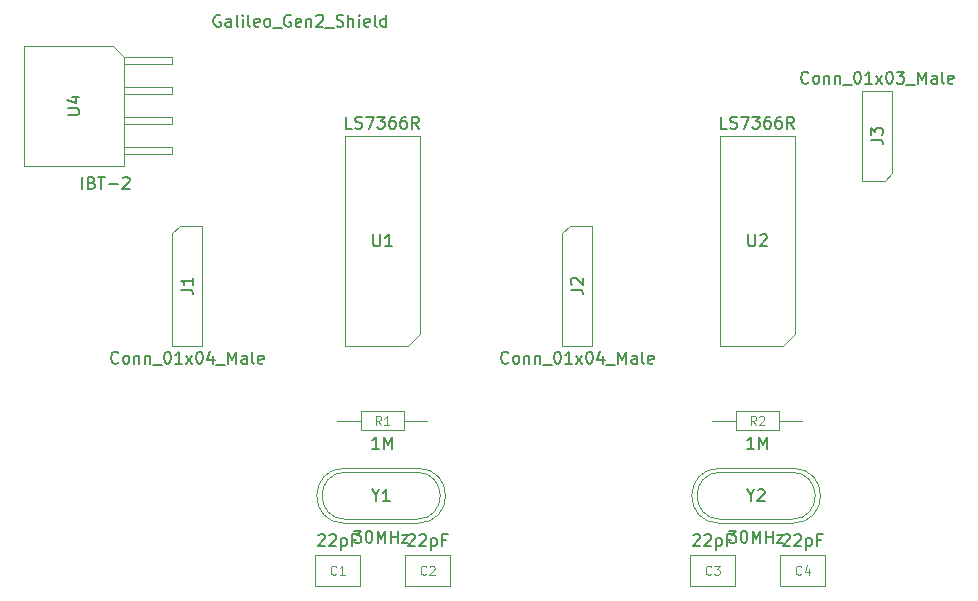
<source format=gbr>
G04 #@! TF.GenerationSoftware,KiCad,Pcbnew,(5.1.4-0-10_14)*
G04 #@! TF.CreationDate,2019-10-20T20:35:26-03:00*
G04 #@! TF.ProjectId,shield,73686965-6c64-42e6-9b69-6361645f7063,rev?*
G04 #@! TF.SameCoordinates,Original*
G04 #@! TF.FileFunction,Other,Fab,Top*
%FSLAX46Y46*%
G04 Gerber Fmt 4.6, Leading zero omitted, Abs format (unit mm)*
G04 Created by KiCad (PCBNEW (5.1.4-0-10_14)) date 2019-10-20 20:35:26*
%MOMM*%
%LPD*%
G04 APERTURE LIST*
%ADD10C,0.100000*%
%ADD11C,0.150000*%
%ADD12C,0.108000*%
%ADD13C,0.114000*%
G04 APERTURE END LIST*
D10*
X169545000Y-86630000D02*
X168545000Y-87630000D01*
X169545000Y-69850000D02*
X169545000Y-86630000D01*
X163195000Y-69850000D02*
X169545000Y-69850000D01*
X163195000Y-87630000D02*
X163195000Y-69850000D01*
X168545000Y-87630000D02*
X163195000Y-87630000D01*
X149860000Y-78105000D02*
X150495000Y-77470000D01*
X149860000Y-87630000D02*
X149860000Y-78105000D01*
X152400000Y-87630000D02*
X149860000Y-87630000D01*
X152400000Y-77470000D02*
X152400000Y-87630000D01*
X150495000Y-77470000D02*
X152400000Y-77470000D01*
X116840000Y-78105000D02*
X117475000Y-77470000D01*
X116840000Y-87630000D02*
X116840000Y-78105000D01*
X119380000Y-87630000D02*
X116840000Y-87630000D01*
X119380000Y-77470000D02*
X119380000Y-87630000D01*
X117475000Y-77470000D02*
X119380000Y-77470000D01*
X177800000Y-73025000D02*
X177165000Y-73660000D01*
X177800000Y-66040000D02*
X177800000Y-73025000D01*
X175260000Y-66040000D02*
X177800000Y-66040000D01*
X175260000Y-73660000D02*
X175260000Y-66040000D01*
X177165000Y-73660000D02*
X175260000Y-73660000D01*
X137795000Y-86630000D02*
X136795000Y-87630000D01*
X137795000Y-69850000D02*
X137795000Y-86630000D01*
X131445000Y-69850000D02*
X137795000Y-69850000D01*
X131445000Y-87630000D02*
X131445000Y-69850000D01*
X136795000Y-87630000D02*
X131445000Y-87630000D01*
X163145000Y-98005000D02*
X169395000Y-98005000D01*
X163145000Y-102655000D02*
X169395000Y-102655000D01*
X163270000Y-98330000D02*
X169270000Y-98330000D01*
X163270000Y-102330000D02*
X169270000Y-102330000D01*
X163145000Y-102655000D02*
G75*
G02X163145000Y-98005000I0J2325000D01*
G01*
X169395000Y-102655000D02*
G75*
G03X169395000Y-98005000I0J2325000D01*
G01*
X163270000Y-102330000D02*
G75*
G02X163270000Y-98330000I0J2000000D01*
G01*
X169270000Y-102330000D02*
G75*
G03X169270000Y-98330000I0J2000000D01*
G01*
X131395000Y-98005000D02*
X137645000Y-98005000D01*
X131395000Y-102655000D02*
X137645000Y-102655000D01*
X131520000Y-98330000D02*
X137520000Y-98330000D01*
X131520000Y-102330000D02*
X137520000Y-102330000D01*
X131395000Y-102655000D02*
G75*
G02X131395000Y-98005000I0J2325000D01*
G01*
X137645000Y-102655000D02*
G75*
G03X137645000Y-98005000I0J2325000D01*
G01*
X131520000Y-102330000D02*
G75*
G02X131520000Y-98330000I0J2000000D01*
G01*
X137520000Y-102330000D02*
G75*
G03X137520000Y-98330000I0J2000000D01*
G01*
X116840000Y-71420000D02*
X116840000Y-70820000D01*
X112780000Y-71420000D02*
X116840000Y-71420000D01*
X116840000Y-70820000D02*
X112780000Y-70820000D01*
X116840000Y-68880000D02*
X116840000Y-68280000D01*
X112780000Y-68880000D02*
X116840000Y-68880000D01*
X116840000Y-68280000D02*
X112780000Y-68280000D01*
X116840000Y-66340000D02*
X116840000Y-65740000D01*
X112780000Y-66340000D02*
X116840000Y-66340000D01*
X116840000Y-65740000D02*
X112780000Y-65740000D01*
X116840000Y-63800000D02*
X116840000Y-63200000D01*
X112780000Y-63800000D02*
X116840000Y-63800000D01*
X116840000Y-63200000D02*
X112780000Y-63200000D01*
X104270000Y-72390000D02*
X104270000Y-62230000D01*
X112780000Y-72390000D02*
X104270000Y-72390000D01*
X112780000Y-63200000D02*
X112780000Y-72390000D01*
X111810000Y-62230000D02*
X112780000Y-63200000D01*
X104270000Y-62230000D02*
X111810000Y-62230000D01*
X164570000Y-93180000D02*
X164570000Y-94780000D01*
X164570000Y-94780000D02*
X168170000Y-94780000D01*
X168170000Y-94780000D02*
X168170000Y-93180000D01*
X168170000Y-93180000D02*
X164570000Y-93180000D01*
X162560000Y-93980000D02*
X164570000Y-93980000D01*
X170180000Y-93980000D02*
X168170000Y-93980000D01*
X132820000Y-93180000D02*
X132820000Y-94780000D01*
X132820000Y-94780000D02*
X136420000Y-94780000D01*
X136420000Y-94780000D02*
X136420000Y-93180000D01*
X136420000Y-93180000D02*
X132820000Y-93180000D01*
X130810000Y-93980000D02*
X132820000Y-93980000D01*
X138430000Y-93980000D02*
X136420000Y-93980000D01*
X172100000Y-107980000D02*
X172100000Y-105380000D01*
X172100000Y-105380000D02*
X168300000Y-105380000D01*
X168300000Y-105380000D02*
X168300000Y-107980000D01*
X168300000Y-107980000D02*
X172100000Y-107980000D01*
X164480000Y-107980000D02*
X164480000Y-105380000D01*
X164480000Y-105380000D02*
X160680000Y-105380000D01*
X160680000Y-105380000D02*
X160680000Y-107980000D01*
X160680000Y-107980000D02*
X164480000Y-107980000D01*
X140350000Y-107980000D02*
X140350000Y-105380000D01*
X140350000Y-105380000D02*
X136550000Y-105380000D01*
X136550000Y-105380000D02*
X136550000Y-107980000D01*
X136550000Y-107980000D02*
X140350000Y-107980000D01*
X132730000Y-107980000D02*
X132730000Y-105380000D01*
X132730000Y-105380000D02*
X128930000Y-105380000D01*
X128930000Y-105380000D02*
X128930000Y-107980000D01*
X128930000Y-107980000D02*
X132730000Y-107980000D01*
D11*
X163798571Y-69242380D02*
X163322380Y-69242380D01*
X163322380Y-68242380D01*
X164084285Y-69194761D02*
X164227142Y-69242380D01*
X164465238Y-69242380D01*
X164560476Y-69194761D01*
X164608095Y-69147142D01*
X164655714Y-69051904D01*
X164655714Y-68956666D01*
X164608095Y-68861428D01*
X164560476Y-68813809D01*
X164465238Y-68766190D01*
X164274761Y-68718571D01*
X164179523Y-68670952D01*
X164131904Y-68623333D01*
X164084285Y-68528095D01*
X164084285Y-68432857D01*
X164131904Y-68337619D01*
X164179523Y-68290000D01*
X164274761Y-68242380D01*
X164512857Y-68242380D01*
X164655714Y-68290000D01*
X164989047Y-68242380D02*
X165655714Y-68242380D01*
X165227142Y-69242380D01*
X165941428Y-68242380D02*
X166560476Y-68242380D01*
X166227142Y-68623333D01*
X166370000Y-68623333D01*
X166465238Y-68670952D01*
X166512857Y-68718571D01*
X166560476Y-68813809D01*
X166560476Y-69051904D01*
X166512857Y-69147142D01*
X166465238Y-69194761D01*
X166370000Y-69242380D01*
X166084285Y-69242380D01*
X165989047Y-69194761D01*
X165941428Y-69147142D01*
X167417619Y-68242380D02*
X167227142Y-68242380D01*
X167131904Y-68290000D01*
X167084285Y-68337619D01*
X166989047Y-68480476D01*
X166941428Y-68670952D01*
X166941428Y-69051904D01*
X166989047Y-69147142D01*
X167036666Y-69194761D01*
X167131904Y-69242380D01*
X167322380Y-69242380D01*
X167417619Y-69194761D01*
X167465238Y-69147142D01*
X167512857Y-69051904D01*
X167512857Y-68813809D01*
X167465238Y-68718571D01*
X167417619Y-68670952D01*
X167322380Y-68623333D01*
X167131904Y-68623333D01*
X167036666Y-68670952D01*
X166989047Y-68718571D01*
X166941428Y-68813809D01*
X168370000Y-68242380D02*
X168179523Y-68242380D01*
X168084285Y-68290000D01*
X168036666Y-68337619D01*
X167941428Y-68480476D01*
X167893809Y-68670952D01*
X167893809Y-69051904D01*
X167941428Y-69147142D01*
X167989047Y-69194761D01*
X168084285Y-69242380D01*
X168274761Y-69242380D01*
X168370000Y-69194761D01*
X168417619Y-69147142D01*
X168465238Y-69051904D01*
X168465238Y-68813809D01*
X168417619Y-68718571D01*
X168370000Y-68670952D01*
X168274761Y-68623333D01*
X168084285Y-68623333D01*
X167989047Y-68670952D01*
X167941428Y-68718571D01*
X167893809Y-68813809D01*
X169465238Y-69242380D02*
X169131904Y-68766190D01*
X168893809Y-69242380D02*
X168893809Y-68242380D01*
X169274761Y-68242380D01*
X169370000Y-68290000D01*
X169417619Y-68337619D01*
X169465238Y-68432857D01*
X169465238Y-68575714D01*
X169417619Y-68670952D01*
X169370000Y-68718571D01*
X169274761Y-68766190D01*
X168893809Y-68766190D01*
X165608095Y-78192380D02*
X165608095Y-79001904D01*
X165655714Y-79097142D01*
X165703333Y-79144761D01*
X165798571Y-79192380D01*
X165989047Y-79192380D01*
X166084285Y-79144761D01*
X166131904Y-79097142D01*
X166179523Y-79001904D01*
X166179523Y-78192380D01*
X166608095Y-78287619D02*
X166655714Y-78240000D01*
X166750952Y-78192380D01*
X166989047Y-78192380D01*
X167084285Y-78240000D01*
X167131904Y-78287619D01*
X167179523Y-78382857D01*
X167179523Y-78478095D01*
X167131904Y-78620952D01*
X166560476Y-79192380D01*
X167179523Y-79192380D01*
X120892095Y-59664000D02*
X120796857Y-59616380D01*
X120654000Y-59616380D01*
X120511142Y-59664000D01*
X120415904Y-59759238D01*
X120368285Y-59854476D01*
X120320666Y-60044952D01*
X120320666Y-60187809D01*
X120368285Y-60378285D01*
X120415904Y-60473523D01*
X120511142Y-60568761D01*
X120654000Y-60616380D01*
X120749238Y-60616380D01*
X120892095Y-60568761D01*
X120939714Y-60521142D01*
X120939714Y-60187809D01*
X120749238Y-60187809D01*
X121796857Y-60616380D02*
X121796857Y-60092571D01*
X121749238Y-59997333D01*
X121654000Y-59949714D01*
X121463523Y-59949714D01*
X121368285Y-59997333D01*
X121796857Y-60568761D02*
X121701619Y-60616380D01*
X121463523Y-60616380D01*
X121368285Y-60568761D01*
X121320666Y-60473523D01*
X121320666Y-60378285D01*
X121368285Y-60283047D01*
X121463523Y-60235428D01*
X121701619Y-60235428D01*
X121796857Y-60187809D01*
X122415904Y-60616380D02*
X122320666Y-60568761D01*
X122273047Y-60473523D01*
X122273047Y-59616380D01*
X122796857Y-60616380D02*
X122796857Y-59949714D01*
X122796857Y-59616380D02*
X122749238Y-59664000D01*
X122796857Y-59711619D01*
X122844476Y-59664000D01*
X122796857Y-59616380D01*
X122796857Y-59711619D01*
X123415904Y-60616380D02*
X123320666Y-60568761D01*
X123273047Y-60473523D01*
X123273047Y-59616380D01*
X124177809Y-60568761D02*
X124082571Y-60616380D01*
X123892095Y-60616380D01*
X123796857Y-60568761D01*
X123749238Y-60473523D01*
X123749238Y-60092571D01*
X123796857Y-59997333D01*
X123892095Y-59949714D01*
X124082571Y-59949714D01*
X124177809Y-59997333D01*
X124225428Y-60092571D01*
X124225428Y-60187809D01*
X123749238Y-60283047D01*
X124796857Y-60616380D02*
X124701619Y-60568761D01*
X124654000Y-60521142D01*
X124606380Y-60425904D01*
X124606380Y-60140190D01*
X124654000Y-60044952D01*
X124701619Y-59997333D01*
X124796857Y-59949714D01*
X124939714Y-59949714D01*
X125034952Y-59997333D01*
X125082571Y-60044952D01*
X125130190Y-60140190D01*
X125130190Y-60425904D01*
X125082571Y-60521142D01*
X125034952Y-60568761D01*
X124939714Y-60616380D01*
X124796857Y-60616380D01*
X125320666Y-60711619D02*
X126082571Y-60711619D01*
X126844476Y-59664000D02*
X126749238Y-59616380D01*
X126606380Y-59616380D01*
X126463523Y-59664000D01*
X126368285Y-59759238D01*
X126320666Y-59854476D01*
X126273047Y-60044952D01*
X126273047Y-60187809D01*
X126320666Y-60378285D01*
X126368285Y-60473523D01*
X126463523Y-60568761D01*
X126606380Y-60616380D01*
X126701619Y-60616380D01*
X126844476Y-60568761D01*
X126892095Y-60521142D01*
X126892095Y-60187809D01*
X126701619Y-60187809D01*
X127701619Y-60568761D02*
X127606380Y-60616380D01*
X127415904Y-60616380D01*
X127320666Y-60568761D01*
X127273047Y-60473523D01*
X127273047Y-60092571D01*
X127320666Y-59997333D01*
X127415904Y-59949714D01*
X127606380Y-59949714D01*
X127701619Y-59997333D01*
X127749238Y-60092571D01*
X127749238Y-60187809D01*
X127273047Y-60283047D01*
X128177809Y-59949714D02*
X128177809Y-60616380D01*
X128177809Y-60044952D02*
X128225428Y-59997333D01*
X128320666Y-59949714D01*
X128463523Y-59949714D01*
X128558761Y-59997333D01*
X128606380Y-60092571D01*
X128606380Y-60616380D01*
X129034952Y-59711619D02*
X129082571Y-59664000D01*
X129177809Y-59616380D01*
X129415904Y-59616380D01*
X129511142Y-59664000D01*
X129558761Y-59711619D01*
X129606380Y-59806857D01*
X129606380Y-59902095D01*
X129558761Y-60044952D01*
X128987333Y-60616380D01*
X129606380Y-60616380D01*
X129796857Y-60711619D02*
X130558761Y-60711619D01*
X130749238Y-60568761D02*
X130892095Y-60616380D01*
X131130190Y-60616380D01*
X131225428Y-60568761D01*
X131273047Y-60521142D01*
X131320666Y-60425904D01*
X131320666Y-60330666D01*
X131273047Y-60235428D01*
X131225428Y-60187809D01*
X131130190Y-60140190D01*
X130939714Y-60092571D01*
X130844476Y-60044952D01*
X130796857Y-59997333D01*
X130749238Y-59902095D01*
X130749238Y-59806857D01*
X130796857Y-59711619D01*
X130844476Y-59664000D01*
X130939714Y-59616380D01*
X131177809Y-59616380D01*
X131320666Y-59664000D01*
X131749238Y-60616380D02*
X131749238Y-59616380D01*
X132177809Y-60616380D02*
X132177809Y-60092571D01*
X132130190Y-59997333D01*
X132034952Y-59949714D01*
X131892095Y-59949714D01*
X131796857Y-59997333D01*
X131749238Y-60044952D01*
X132654000Y-60616380D02*
X132654000Y-59949714D01*
X132654000Y-59616380D02*
X132606380Y-59664000D01*
X132654000Y-59711619D01*
X132701619Y-59664000D01*
X132654000Y-59616380D01*
X132654000Y-59711619D01*
X133511142Y-60568761D02*
X133415904Y-60616380D01*
X133225428Y-60616380D01*
X133130190Y-60568761D01*
X133082571Y-60473523D01*
X133082571Y-60092571D01*
X133130190Y-59997333D01*
X133225428Y-59949714D01*
X133415904Y-59949714D01*
X133511142Y-59997333D01*
X133558761Y-60092571D01*
X133558761Y-60187809D01*
X133082571Y-60283047D01*
X134130190Y-60616380D02*
X134034952Y-60568761D01*
X133987333Y-60473523D01*
X133987333Y-59616380D01*
X134939714Y-60616380D02*
X134939714Y-59616380D01*
X134939714Y-60568761D02*
X134844476Y-60616380D01*
X134654000Y-60616380D01*
X134558761Y-60568761D01*
X134511142Y-60521142D01*
X134463523Y-60425904D01*
X134463523Y-60140190D01*
X134511142Y-60044952D01*
X134558761Y-59997333D01*
X134654000Y-59949714D01*
X134844476Y-59949714D01*
X134939714Y-59997333D01*
X145296666Y-89047142D02*
X145249047Y-89094761D01*
X145106190Y-89142380D01*
X145010952Y-89142380D01*
X144868095Y-89094761D01*
X144772857Y-88999523D01*
X144725238Y-88904285D01*
X144677619Y-88713809D01*
X144677619Y-88570952D01*
X144725238Y-88380476D01*
X144772857Y-88285238D01*
X144868095Y-88190000D01*
X145010952Y-88142380D01*
X145106190Y-88142380D01*
X145249047Y-88190000D01*
X145296666Y-88237619D01*
X145868095Y-89142380D02*
X145772857Y-89094761D01*
X145725238Y-89047142D01*
X145677619Y-88951904D01*
X145677619Y-88666190D01*
X145725238Y-88570952D01*
X145772857Y-88523333D01*
X145868095Y-88475714D01*
X146010952Y-88475714D01*
X146106190Y-88523333D01*
X146153809Y-88570952D01*
X146201428Y-88666190D01*
X146201428Y-88951904D01*
X146153809Y-89047142D01*
X146106190Y-89094761D01*
X146010952Y-89142380D01*
X145868095Y-89142380D01*
X146630000Y-88475714D02*
X146630000Y-89142380D01*
X146630000Y-88570952D02*
X146677619Y-88523333D01*
X146772857Y-88475714D01*
X146915714Y-88475714D01*
X147010952Y-88523333D01*
X147058571Y-88618571D01*
X147058571Y-89142380D01*
X147534761Y-88475714D02*
X147534761Y-89142380D01*
X147534761Y-88570952D02*
X147582380Y-88523333D01*
X147677619Y-88475714D01*
X147820476Y-88475714D01*
X147915714Y-88523333D01*
X147963333Y-88618571D01*
X147963333Y-89142380D01*
X148201428Y-89237619D02*
X148963333Y-89237619D01*
X149391904Y-88142380D02*
X149487142Y-88142380D01*
X149582380Y-88190000D01*
X149630000Y-88237619D01*
X149677619Y-88332857D01*
X149725238Y-88523333D01*
X149725238Y-88761428D01*
X149677619Y-88951904D01*
X149630000Y-89047142D01*
X149582380Y-89094761D01*
X149487142Y-89142380D01*
X149391904Y-89142380D01*
X149296666Y-89094761D01*
X149249047Y-89047142D01*
X149201428Y-88951904D01*
X149153809Y-88761428D01*
X149153809Y-88523333D01*
X149201428Y-88332857D01*
X149249047Y-88237619D01*
X149296666Y-88190000D01*
X149391904Y-88142380D01*
X150677619Y-89142380D02*
X150106190Y-89142380D01*
X150391904Y-89142380D02*
X150391904Y-88142380D01*
X150296666Y-88285238D01*
X150201428Y-88380476D01*
X150106190Y-88428095D01*
X151010952Y-89142380D02*
X151534761Y-88475714D01*
X151010952Y-88475714D02*
X151534761Y-89142380D01*
X152106190Y-88142380D02*
X152201428Y-88142380D01*
X152296666Y-88190000D01*
X152344285Y-88237619D01*
X152391904Y-88332857D01*
X152439523Y-88523333D01*
X152439523Y-88761428D01*
X152391904Y-88951904D01*
X152344285Y-89047142D01*
X152296666Y-89094761D01*
X152201428Y-89142380D01*
X152106190Y-89142380D01*
X152010952Y-89094761D01*
X151963333Y-89047142D01*
X151915714Y-88951904D01*
X151868095Y-88761428D01*
X151868095Y-88523333D01*
X151915714Y-88332857D01*
X151963333Y-88237619D01*
X152010952Y-88190000D01*
X152106190Y-88142380D01*
X153296666Y-88475714D02*
X153296666Y-89142380D01*
X153058571Y-88094761D02*
X152820476Y-88809047D01*
X153439523Y-88809047D01*
X153582380Y-89237619D02*
X154344285Y-89237619D01*
X154582380Y-89142380D02*
X154582380Y-88142380D01*
X154915714Y-88856666D01*
X155249047Y-88142380D01*
X155249047Y-89142380D01*
X156153809Y-89142380D02*
X156153809Y-88618571D01*
X156106190Y-88523333D01*
X156010952Y-88475714D01*
X155820476Y-88475714D01*
X155725238Y-88523333D01*
X156153809Y-89094761D02*
X156058571Y-89142380D01*
X155820476Y-89142380D01*
X155725238Y-89094761D01*
X155677619Y-88999523D01*
X155677619Y-88904285D01*
X155725238Y-88809047D01*
X155820476Y-88761428D01*
X156058571Y-88761428D01*
X156153809Y-88713809D01*
X156772857Y-89142380D02*
X156677619Y-89094761D01*
X156630000Y-88999523D01*
X156630000Y-88142380D01*
X157534761Y-89094761D02*
X157439523Y-89142380D01*
X157249047Y-89142380D01*
X157153809Y-89094761D01*
X157106190Y-88999523D01*
X157106190Y-88618571D01*
X157153809Y-88523333D01*
X157249047Y-88475714D01*
X157439523Y-88475714D01*
X157534761Y-88523333D01*
X157582380Y-88618571D01*
X157582380Y-88713809D01*
X157106190Y-88809047D01*
X150582380Y-82883333D02*
X151296666Y-82883333D01*
X151439523Y-82930952D01*
X151534761Y-83026190D01*
X151582380Y-83169047D01*
X151582380Y-83264285D01*
X150677619Y-82454761D02*
X150630000Y-82407142D01*
X150582380Y-82311904D01*
X150582380Y-82073809D01*
X150630000Y-81978571D01*
X150677619Y-81930952D01*
X150772857Y-81883333D01*
X150868095Y-81883333D01*
X151010952Y-81930952D01*
X151582380Y-82502380D01*
X151582380Y-81883333D01*
X112276666Y-89047142D02*
X112229047Y-89094761D01*
X112086190Y-89142380D01*
X111990952Y-89142380D01*
X111848095Y-89094761D01*
X111752857Y-88999523D01*
X111705238Y-88904285D01*
X111657619Y-88713809D01*
X111657619Y-88570952D01*
X111705238Y-88380476D01*
X111752857Y-88285238D01*
X111848095Y-88190000D01*
X111990952Y-88142380D01*
X112086190Y-88142380D01*
X112229047Y-88190000D01*
X112276666Y-88237619D01*
X112848095Y-89142380D02*
X112752857Y-89094761D01*
X112705238Y-89047142D01*
X112657619Y-88951904D01*
X112657619Y-88666190D01*
X112705238Y-88570952D01*
X112752857Y-88523333D01*
X112848095Y-88475714D01*
X112990952Y-88475714D01*
X113086190Y-88523333D01*
X113133809Y-88570952D01*
X113181428Y-88666190D01*
X113181428Y-88951904D01*
X113133809Y-89047142D01*
X113086190Y-89094761D01*
X112990952Y-89142380D01*
X112848095Y-89142380D01*
X113610000Y-88475714D02*
X113610000Y-89142380D01*
X113610000Y-88570952D02*
X113657619Y-88523333D01*
X113752857Y-88475714D01*
X113895714Y-88475714D01*
X113990952Y-88523333D01*
X114038571Y-88618571D01*
X114038571Y-89142380D01*
X114514761Y-88475714D02*
X114514761Y-89142380D01*
X114514761Y-88570952D02*
X114562380Y-88523333D01*
X114657619Y-88475714D01*
X114800476Y-88475714D01*
X114895714Y-88523333D01*
X114943333Y-88618571D01*
X114943333Y-89142380D01*
X115181428Y-89237619D02*
X115943333Y-89237619D01*
X116371904Y-88142380D02*
X116467142Y-88142380D01*
X116562380Y-88190000D01*
X116610000Y-88237619D01*
X116657619Y-88332857D01*
X116705238Y-88523333D01*
X116705238Y-88761428D01*
X116657619Y-88951904D01*
X116610000Y-89047142D01*
X116562380Y-89094761D01*
X116467142Y-89142380D01*
X116371904Y-89142380D01*
X116276666Y-89094761D01*
X116229047Y-89047142D01*
X116181428Y-88951904D01*
X116133809Y-88761428D01*
X116133809Y-88523333D01*
X116181428Y-88332857D01*
X116229047Y-88237619D01*
X116276666Y-88190000D01*
X116371904Y-88142380D01*
X117657619Y-89142380D02*
X117086190Y-89142380D01*
X117371904Y-89142380D02*
X117371904Y-88142380D01*
X117276666Y-88285238D01*
X117181428Y-88380476D01*
X117086190Y-88428095D01*
X117990952Y-89142380D02*
X118514761Y-88475714D01*
X117990952Y-88475714D02*
X118514761Y-89142380D01*
X119086190Y-88142380D02*
X119181428Y-88142380D01*
X119276666Y-88190000D01*
X119324285Y-88237619D01*
X119371904Y-88332857D01*
X119419523Y-88523333D01*
X119419523Y-88761428D01*
X119371904Y-88951904D01*
X119324285Y-89047142D01*
X119276666Y-89094761D01*
X119181428Y-89142380D01*
X119086190Y-89142380D01*
X118990952Y-89094761D01*
X118943333Y-89047142D01*
X118895714Y-88951904D01*
X118848095Y-88761428D01*
X118848095Y-88523333D01*
X118895714Y-88332857D01*
X118943333Y-88237619D01*
X118990952Y-88190000D01*
X119086190Y-88142380D01*
X120276666Y-88475714D02*
X120276666Y-89142380D01*
X120038571Y-88094761D02*
X119800476Y-88809047D01*
X120419523Y-88809047D01*
X120562380Y-89237619D02*
X121324285Y-89237619D01*
X121562380Y-89142380D02*
X121562380Y-88142380D01*
X121895714Y-88856666D01*
X122229047Y-88142380D01*
X122229047Y-89142380D01*
X123133809Y-89142380D02*
X123133809Y-88618571D01*
X123086190Y-88523333D01*
X122990952Y-88475714D01*
X122800476Y-88475714D01*
X122705238Y-88523333D01*
X123133809Y-89094761D02*
X123038571Y-89142380D01*
X122800476Y-89142380D01*
X122705238Y-89094761D01*
X122657619Y-88999523D01*
X122657619Y-88904285D01*
X122705238Y-88809047D01*
X122800476Y-88761428D01*
X123038571Y-88761428D01*
X123133809Y-88713809D01*
X123752857Y-89142380D02*
X123657619Y-89094761D01*
X123610000Y-88999523D01*
X123610000Y-88142380D01*
X124514761Y-89094761D02*
X124419523Y-89142380D01*
X124229047Y-89142380D01*
X124133809Y-89094761D01*
X124086190Y-88999523D01*
X124086190Y-88618571D01*
X124133809Y-88523333D01*
X124229047Y-88475714D01*
X124419523Y-88475714D01*
X124514761Y-88523333D01*
X124562380Y-88618571D01*
X124562380Y-88713809D01*
X124086190Y-88809047D01*
X117562380Y-82883333D02*
X118276666Y-82883333D01*
X118419523Y-82930952D01*
X118514761Y-83026190D01*
X118562380Y-83169047D01*
X118562380Y-83264285D01*
X118562380Y-81883333D02*
X118562380Y-82454761D01*
X118562380Y-82169047D02*
X117562380Y-82169047D01*
X117705238Y-82264285D01*
X117800476Y-82359523D01*
X117848095Y-82454761D01*
X170696666Y-65337142D02*
X170649047Y-65384761D01*
X170506190Y-65432380D01*
X170410952Y-65432380D01*
X170268095Y-65384761D01*
X170172857Y-65289523D01*
X170125238Y-65194285D01*
X170077619Y-65003809D01*
X170077619Y-64860952D01*
X170125238Y-64670476D01*
X170172857Y-64575238D01*
X170268095Y-64480000D01*
X170410952Y-64432380D01*
X170506190Y-64432380D01*
X170649047Y-64480000D01*
X170696666Y-64527619D01*
X171268095Y-65432380D02*
X171172857Y-65384761D01*
X171125238Y-65337142D01*
X171077619Y-65241904D01*
X171077619Y-64956190D01*
X171125238Y-64860952D01*
X171172857Y-64813333D01*
X171268095Y-64765714D01*
X171410952Y-64765714D01*
X171506190Y-64813333D01*
X171553809Y-64860952D01*
X171601428Y-64956190D01*
X171601428Y-65241904D01*
X171553809Y-65337142D01*
X171506190Y-65384761D01*
X171410952Y-65432380D01*
X171268095Y-65432380D01*
X172030000Y-64765714D02*
X172030000Y-65432380D01*
X172030000Y-64860952D02*
X172077619Y-64813333D01*
X172172857Y-64765714D01*
X172315714Y-64765714D01*
X172410952Y-64813333D01*
X172458571Y-64908571D01*
X172458571Y-65432380D01*
X172934761Y-64765714D02*
X172934761Y-65432380D01*
X172934761Y-64860952D02*
X172982380Y-64813333D01*
X173077619Y-64765714D01*
X173220476Y-64765714D01*
X173315714Y-64813333D01*
X173363333Y-64908571D01*
X173363333Y-65432380D01*
X173601428Y-65527619D02*
X174363333Y-65527619D01*
X174791904Y-64432380D02*
X174887142Y-64432380D01*
X174982380Y-64480000D01*
X175030000Y-64527619D01*
X175077619Y-64622857D01*
X175125238Y-64813333D01*
X175125238Y-65051428D01*
X175077619Y-65241904D01*
X175030000Y-65337142D01*
X174982380Y-65384761D01*
X174887142Y-65432380D01*
X174791904Y-65432380D01*
X174696666Y-65384761D01*
X174649047Y-65337142D01*
X174601428Y-65241904D01*
X174553809Y-65051428D01*
X174553809Y-64813333D01*
X174601428Y-64622857D01*
X174649047Y-64527619D01*
X174696666Y-64480000D01*
X174791904Y-64432380D01*
X176077619Y-65432380D02*
X175506190Y-65432380D01*
X175791904Y-65432380D02*
X175791904Y-64432380D01*
X175696666Y-64575238D01*
X175601428Y-64670476D01*
X175506190Y-64718095D01*
X176410952Y-65432380D02*
X176934761Y-64765714D01*
X176410952Y-64765714D02*
X176934761Y-65432380D01*
X177506190Y-64432380D02*
X177601428Y-64432380D01*
X177696666Y-64480000D01*
X177744285Y-64527619D01*
X177791904Y-64622857D01*
X177839523Y-64813333D01*
X177839523Y-65051428D01*
X177791904Y-65241904D01*
X177744285Y-65337142D01*
X177696666Y-65384761D01*
X177601428Y-65432380D01*
X177506190Y-65432380D01*
X177410952Y-65384761D01*
X177363333Y-65337142D01*
X177315714Y-65241904D01*
X177268095Y-65051428D01*
X177268095Y-64813333D01*
X177315714Y-64622857D01*
X177363333Y-64527619D01*
X177410952Y-64480000D01*
X177506190Y-64432380D01*
X178172857Y-64432380D02*
X178791904Y-64432380D01*
X178458571Y-64813333D01*
X178601428Y-64813333D01*
X178696666Y-64860952D01*
X178744285Y-64908571D01*
X178791904Y-65003809D01*
X178791904Y-65241904D01*
X178744285Y-65337142D01*
X178696666Y-65384761D01*
X178601428Y-65432380D01*
X178315714Y-65432380D01*
X178220476Y-65384761D01*
X178172857Y-65337142D01*
X178982380Y-65527619D02*
X179744285Y-65527619D01*
X179982380Y-65432380D02*
X179982380Y-64432380D01*
X180315714Y-65146666D01*
X180649047Y-64432380D01*
X180649047Y-65432380D01*
X181553809Y-65432380D02*
X181553809Y-64908571D01*
X181506190Y-64813333D01*
X181410952Y-64765714D01*
X181220476Y-64765714D01*
X181125238Y-64813333D01*
X181553809Y-65384761D02*
X181458571Y-65432380D01*
X181220476Y-65432380D01*
X181125238Y-65384761D01*
X181077619Y-65289523D01*
X181077619Y-65194285D01*
X181125238Y-65099047D01*
X181220476Y-65051428D01*
X181458571Y-65051428D01*
X181553809Y-65003809D01*
X182172857Y-65432380D02*
X182077619Y-65384761D01*
X182030000Y-65289523D01*
X182030000Y-64432380D01*
X182934761Y-65384761D02*
X182839523Y-65432380D01*
X182649047Y-65432380D01*
X182553809Y-65384761D01*
X182506190Y-65289523D01*
X182506190Y-64908571D01*
X182553809Y-64813333D01*
X182649047Y-64765714D01*
X182839523Y-64765714D01*
X182934761Y-64813333D01*
X182982380Y-64908571D01*
X182982380Y-65003809D01*
X182506190Y-65099047D01*
X175982380Y-70183333D02*
X176696666Y-70183333D01*
X176839523Y-70230952D01*
X176934761Y-70326190D01*
X176982380Y-70469047D01*
X176982380Y-70564285D01*
X175982380Y-69802380D02*
X175982380Y-69183333D01*
X176363333Y-69516666D01*
X176363333Y-69373809D01*
X176410952Y-69278571D01*
X176458571Y-69230952D01*
X176553809Y-69183333D01*
X176791904Y-69183333D01*
X176887142Y-69230952D01*
X176934761Y-69278571D01*
X176982380Y-69373809D01*
X176982380Y-69659523D01*
X176934761Y-69754761D01*
X176887142Y-69802380D01*
X132048571Y-69242380D02*
X131572380Y-69242380D01*
X131572380Y-68242380D01*
X132334285Y-69194761D02*
X132477142Y-69242380D01*
X132715238Y-69242380D01*
X132810476Y-69194761D01*
X132858095Y-69147142D01*
X132905714Y-69051904D01*
X132905714Y-68956666D01*
X132858095Y-68861428D01*
X132810476Y-68813809D01*
X132715238Y-68766190D01*
X132524761Y-68718571D01*
X132429523Y-68670952D01*
X132381904Y-68623333D01*
X132334285Y-68528095D01*
X132334285Y-68432857D01*
X132381904Y-68337619D01*
X132429523Y-68290000D01*
X132524761Y-68242380D01*
X132762857Y-68242380D01*
X132905714Y-68290000D01*
X133239047Y-68242380D02*
X133905714Y-68242380D01*
X133477142Y-69242380D01*
X134191428Y-68242380D02*
X134810476Y-68242380D01*
X134477142Y-68623333D01*
X134620000Y-68623333D01*
X134715238Y-68670952D01*
X134762857Y-68718571D01*
X134810476Y-68813809D01*
X134810476Y-69051904D01*
X134762857Y-69147142D01*
X134715238Y-69194761D01*
X134620000Y-69242380D01*
X134334285Y-69242380D01*
X134239047Y-69194761D01*
X134191428Y-69147142D01*
X135667619Y-68242380D02*
X135477142Y-68242380D01*
X135381904Y-68290000D01*
X135334285Y-68337619D01*
X135239047Y-68480476D01*
X135191428Y-68670952D01*
X135191428Y-69051904D01*
X135239047Y-69147142D01*
X135286666Y-69194761D01*
X135381904Y-69242380D01*
X135572380Y-69242380D01*
X135667619Y-69194761D01*
X135715238Y-69147142D01*
X135762857Y-69051904D01*
X135762857Y-68813809D01*
X135715238Y-68718571D01*
X135667619Y-68670952D01*
X135572380Y-68623333D01*
X135381904Y-68623333D01*
X135286666Y-68670952D01*
X135239047Y-68718571D01*
X135191428Y-68813809D01*
X136620000Y-68242380D02*
X136429523Y-68242380D01*
X136334285Y-68290000D01*
X136286666Y-68337619D01*
X136191428Y-68480476D01*
X136143809Y-68670952D01*
X136143809Y-69051904D01*
X136191428Y-69147142D01*
X136239047Y-69194761D01*
X136334285Y-69242380D01*
X136524761Y-69242380D01*
X136620000Y-69194761D01*
X136667619Y-69147142D01*
X136715238Y-69051904D01*
X136715238Y-68813809D01*
X136667619Y-68718571D01*
X136620000Y-68670952D01*
X136524761Y-68623333D01*
X136334285Y-68623333D01*
X136239047Y-68670952D01*
X136191428Y-68718571D01*
X136143809Y-68813809D01*
X137715238Y-69242380D02*
X137381904Y-68766190D01*
X137143809Y-69242380D02*
X137143809Y-68242380D01*
X137524761Y-68242380D01*
X137620000Y-68290000D01*
X137667619Y-68337619D01*
X137715238Y-68432857D01*
X137715238Y-68575714D01*
X137667619Y-68670952D01*
X137620000Y-68718571D01*
X137524761Y-68766190D01*
X137143809Y-68766190D01*
X133858095Y-78192380D02*
X133858095Y-79001904D01*
X133905714Y-79097142D01*
X133953333Y-79144761D01*
X134048571Y-79192380D01*
X134239047Y-79192380D01*
X134334285Y-79144761D01*
X134381904Y-79097142D01*
X134429523Y-79001904D01*
X134429523Y-78192380D01*
X135429523Y-79192380D02*
X134858095Y-79192380D01*
X135143809Y-79192380D02*
X135143809Y-78192380D01*
X135048571Y-78335238D01*
X134953333Y-78430476D01*
X134858095Y-78478095D01*
X163960476Y-103307380D02*
X164579523Y-103307380D01*
X164246190Y-103688333D01*
X164389047Y-103688333D01*
X164484285Y-103735952D01*
X164531904Y-103783571D01*
X164579523Y-103878809D01*
X164579523Y-104116904D01*
X164531904Y-104212142D01*
X164484285Y-104259761D01*
X164389047Y-104307380D01*
X164103333Y-104307380D01*
X164008095Y-104259761D01*
X163960476Y-104212142D01*
X165198571Y-103307380D02*
X165293809Y-103307380D01*
X165389047Y-103355000D01*
X165436666Y-103402619D01*
X165484285Y-103497857D01*
X165531904Y-103688333D01*
X165531904Y-103926428D01*
X165484285Y-104116904D01*
X165436666Y-104212142D01*
X165389047Y-104259761D01*
X165293809Y-104307380D01*
X165198571Y-104307380D01*
X165103333Y-104259761D01*
X165055714Y-104212142D01*
X165008095Y-104116904D01*
X164960476Y-103926428D01*
X164960476Y-103688333D01*
X165008095Y-103497857D01*
X165055714Y-103402619D01*
X165103333Y-103355000D01*
X165198571Y-103307380D01*
X165960476Y-104307380D02*
X165960476Y-103307380D01*
X166293809Y-104021666D01*
X166627142Y-103307380D01*
X166627142Y-104307380D01*
X167103333Y-104307380D02*
X167103333Y-103307380D01*
X167103333Y-103783571D02*
X167674761Y-103783571D01*
X167674761Y-104307380D02*
X167674761Y-103307380D01*
X168055714Y-103640714D02*
X168579523Y-103640714D01*
X168055714Y-104307380D01*
X168579523Y-104307380D01*
X165793809Y-100306190D02*
X165793809Y-100782380D01*
X165460476Y-99782380D02*
X165793809Y-100306190D01*
X166127142Y-99782380D01*
X166412857Y-99877619D02*
X166460476Y-99830000D01*
X166555714Y-99782380D01*
X166793809Y-99782380D01*
X166889047Y-99830000D01*
X166936666Y-99877619D01*
X166984285Y-99972857D01*
X166984285Y-100068095D01*
X166936666Y-100210952D01*
X166365238Y-100782380D01*
X166984285Y-100782380D01*
X132210476Y-103307380D02*
X132829523Y-103307380D01*
X132496190Y-103688333D01*
X132639047Y-103688333D01*
X132734285Y-103735952D01*
X132781904Y-103783571D01*
X132829523Y-103878809D01*
X132829523Y-104116904D01*
X132781904Y-104212142D01*
X132734285Y-104259761D01*
X132639047Y-104307380D01*
X132353333Y-104307380D01*
X132258095Y-104259761D01*
X132210476Y-104212142D01*
X133448571Y-103307380D02*
X133543809Y-103307380D01*
X133639047Y-103355000D01*
X133686666Y-103402619D01*
X133734285Y-103497857D01*
X133781904Y-103688333D01*
X133781904Y-103926428D01*
X133734285Y-104116904D01*
X133686666Y-104212142D01*
X133639047Y-104259761D01*
X133543809Y-104307380D01*
X133448571Y-104307380D01*
X133353333Y-104259761D01*
X133305714Y-104212142D01*
X133258095Y-104116904D01*
X133210476Y-103926428D01*
X133210476Y-103688333D01*
X133258095Y-103497857D01*
X133305714Y-103402619D01*
X133353333Y-103355000D01*
X133448571Y-103307380D01*
X134210476Y-104307380D02*
X134210476Y-103307380D01*
X134543809Y-104021666D01*
X134877142Y-103307380D01*
X134877142Y-104307380D01*
X135353333Y-104307380D02*
X135353333Y-103307380D01*
X135353333Y-103783571D02*
X135924761Y-103783571D01*
X135924761Y-104307380D02*
X135924761Y-103307380D01*
X136305714Y-103640714D02*
X136829523Y-103640714D01*
X136305714Y-104307380D01*
X136829523Y-104307380D01*
X134043809Y-100306190D02*
X134043809Y-100782380D01*
X133710476Y-99782380D02*
X134043809Y-100306190D01*
X134377142Y-99782380D01*
X135234285Y-100782380D02*
X134662857Y-100782380D01*
X134948571Y-100782380D02*
X134948571Y-99782380D01*
X134853333Y-99925238D01*
X134758095Y-100020476D01*
X134662857Y-100068095D01*
X109213809Y-74342380D02*
X109213809Y-73342380D01*
X110023333Y-73818571D02*
X110166190Y-73866190D01*
X110213809Y-73913809D01*
X110261428Y-74009047D01*
X110261428Y-74151904D01*
X110213809Y-74247142D01*
X110166190Y-74294761D01*
X110070952Y-74342380D01*
X109690000Y-74342380D01*
X109690000Y-73342380D01*
X110023333Y-73342380D01*
X110118571Y-73390000D01*
X110166190Y-73437619D01*
X110213809Y-73532857D01*
X110213809Y-73628095D01*
X110166190Y-73723333D01*
X110118571Y-73770952D01*
X110023333Y-73818571D01*
X109690000Y-73818571D01*
X110547142Y-73342380D02*
X111118571Y-73342380D01*
X110832857Y-74342380D02*
X110832857Y-73342380D01*
X111451904Y-73961428D02*
X112213809Y-73961428D01*
X112642380Y-73437619D02*
X112690000Y-73390000D01*
X112785238Y-73342380D01*
X113023333Y-73342380D01*
X113118571Y-73390000D01*
X113166190Y-73437619D01*
X113213809Y-73532857D01*
X113213809Y-73628095D01*
X113166190Y-73770952D01*
X112594761Y-74342380D01*
X113213809Y-74342380D01*
X107977380Y-68071904D02*
X108786904Y-68071904D01*
X108882142Y-68024285D01*
X108929761Y-67976666D01*
X108977380Y-67881428D01*
X108977380Y-67690952D01*
X108929761Y-67595714D01*
X108882142Y-67548095D01*
X108786904Y-67500476D01*
X107977380Y-67500476D01*
X108310714Y-66595714D02*
X108977380Y-66595714D01*
X107929761Y-66833809D02*
X108644047Y-67071904D01*
X108644047Y-66452857D01*
X166084285Y-96352380D02*
X165512857Y-96352380D01*
X165798571Y-96352380D02*
X165798571Y-95352380D01*
X165703333Y-95495238D01*
X165608095Y-95590476D01*
X165512857Y-95638095D01*
X166512857Y-96352380D02*
X166512857Y-95352380D01*
X166846190Y-96066666D01*
X167179523Y-95352380D01*
X167179523Y-96352380D01*
D12*
X166250000Y-94305714D02*
X166010000Y-93962857D01*
X165838571Y-94305714D02*
X165838571Y-93585714D01*
X166112857Y-93585714D01*
X166181428Y-93620000D01*
X166215714Y-93654285D01*
X166250000Y-93722857D01*
X166250000Y-93825714D01*
X166215714Y-93894285D01*
X166181428Y-93928571D01*
X166112857Y-93962857D01*
X165838571Y-93962857D01*
X166524285Y-93654285D02*
X166558571Y-93620000D01*
X166627142Y-93585714D01*
X166798571Y-93585714D01*
X166867142Y-93620000D01*
X166901428Y-93654285D01*
X166935714Y-93722857D01*
X166935714Y-93791428D01*
X166901428Y-93894285D01*
X166490000Y-94305714D01*
X166935714Y-94305714D01*
D11*
X134334285Y-96352380D02*
X133762857Y-96352380D01*
X134048571Y-96352380D02*
X134048571Y-95352380D01*
X133953333Y-95495238D01*
X133858095Y-95590476D01*
X133762857Y-95638095D01*
X134762857Y-96352380D02*
X134762857Y-95352380D01*
X135096190Y-96066666D01*
X135429523Y-95352380D01*
X135429523Y-96352380D01*
D12*
X134500000Y-94305714D02*
X134260000Y-93962857D01*
X134088571Y-94305714D02*
X134088571Y-93585714D01*
X134362857Y-93585714D01*
X134431428Y-93620000D01*
X134465714Y-93654285D01*
X134500000Y-93722857D01*
X134500000Y-93825714D01*
X134465714Y-93894285D01*
X134431428Y-93928571D01*
X134362857Y-93962857D01*
X134088571Y-93962857D01*
X135185714Y-94305714D02*
X134774285Y-94305714D01*
X134980000Y-94305714D02*
X134980000Y-93585714D01*
X134911428Y-93688571D01*
X134842857Y-93757142D01*
X134774285Y-93791428D01*
D11*
X168557142Y-103677619D02*
X168604761Y-103630000D01*
X168700000Y-103582380D01*
X168938095Y-103582380D01*
X169033333Y-103630000D01*
X169080952Y-103677619D01*
X169128571Y-103772857D01*
X169128571Y-103868095D01*
X169080952Y-104010952D01*
X168509523Y-104582380D01*
X169128571Y-104582380D01*
X169509523Y-103677619D02*
X169557142Y-103630000D01*
X169652380Y-103582380D01*
X169890476Y-103582380D01*
X169985714Y-103630000D01*
X170033333Y-103677619D01*
X170080952Y-103772857D01*
X170080952Y-103868095D01*
X170033333Y-104010952D01*
X169461904Y-104582380D01*
X170080952Y-104582380D01*
X170509523Y-103915714D02*
X170509523Y-104915714D01*
X170509523Y-103963333D02*
X170604761Y-103915714D01*
X170795238Y-103915714D01*
X170890476Y-103963333D01*
X170938095Y-104010952D01*
X170985714Y-104106190D01*
X170985714Y-104391904D01*
X170938095Y-104487142D01*
X170890476Y-104534761D01*
X170795238Y-104582380D01*
X170604761Y-104582380D01*
X170509523Y-104534761D01*
X171747619Y-104058571D02*
X171414285Y-104058571D01*
X171414285Y-104582380D02*
X171414285Y-103582380D01*
X171890476Y-103582380D01*
D13*
X170073333Y-106951428D02*
X170037142Y-106987619D01*
X169928571Y-107023809D01*
X169856190Y-107023809D01*
X169747619Y-106987619D01*
X169675238Y-106915238D01*
X169639047Y-106842857D01*
X169602857Y-106698095D01*
X169602857Y-106589523D01*
X169639047Y-106444761D01*
X169675238Y-106372380D01*
X169747619Y-106300000D01*
X169856190Y-106263809D01*
X169928571Y-106263809D01*
X170037142Y-106300000D01*
X170073333Y-106336190D01*
X170724761Y-106517142D02*
X170724761Y-107023809D01*
X170543809Y-106227619D02*
X170362857Y-106770476D01*
X170833333Y-106770476D01*
D11*
X160937142Y-103677619D02*
X160984761Y-103630000D01*
X161080000Y-103582380D01*
X161318095Y-103582380D01*
X161413333Y-103630000D01*
X161460952Y-103677619D01*
X161508571Y-103772857D01*
X161508571Y-103868095D01*
X161460952Y-104010952D01*
X160889523Y-104582380D01*
X161508571Y-104582380D01*
X161889523Y-103677619D02*
X161937142Y-103630000D01*
X162032380Y-103582380D01*
X162270476Y-103582380D01*
X162365714Y-103630000D01*
X162413333Y-103677619D01*
X162460952Y-103772857D01*
X162460952Y-103868095D01*
X162413333Y-104010952D01*
X161841904Y-104582380D01*
X162460952Y-104582380D01*
X162889523Y-103915714D02*
X162889523Y-104915714D01*
X162889523Y-103963333D02*
X162984761Y-103915714D01*
X163175238Y-103915714D01*
X163270476Y-103963333D01*
X163318095Y-104010952D01*
X163365714Y-104106190D01*
X163365714Y-104391904D01*
X163318095Y-104487142D01*
X163270476Y-104534761D01*
X163175238Y-104582380D01*
X162984761Y-104582380D01*
X162889523Y-104534761D01*
X164127619Y-104058571D02*
X163794285Y-104058571D01*
X163794285Y-104582380D02*
X163794285Y-103582380D01*
X164270476Y-103582380D01*
D13*
X162453333Y-106951428D02*
X162417142Y-106987619D01*
X162308571Y-107023809D01*
X162236190Y-107023809D01*
X162127619Y-106987619D01*
X162055238Y-106915238D01*
X162019047Y-106842857D01*
X161982857Y-106698095D01*
X161982857Y-106589523D01*
X162019047Y-106444761D01*
X162055238Y-106372380D01*
X162127619Y-106300000D01*
X162236190Y-106263809D01*
X162308571Y-106263809D01*
X162417142Y-106300000D01*
X162453333Y-106336190D01*
X162706666Y-106263809D02*
X163177142Y-106263809D01*
X162923809Y-106553333D01*
X163032380Y-106553333D01*
X163104761Y-106589523D01*
X163140952Y-106625714D01*
X163177142Y-106698095D01*
X163177142Y-106879047D01*
X163140952Y-106951428D01*
X163104761Y-106987619D01*
X163032380Y-107023809D01*
X162815238Y-107023809D01*
X162742857Y-106987619D01*
X162706666Y-106951428D01*
D11*
X136807142Y-103677619D02*
X136854761Y-103630000D01*
X136950000Y-103582380D01*
X137188095Y-103582380D01*
X137283333Y-103630000D01*
X137330952Y-103677619D01*
X137378571Y-103772857D01*
X137378571Y-103868095D01*
X137330952Y-104010952D01*
X136759523Y-104582380D01*
X137378571Y-104582380D01*
X137759523Y-103677619D02*
X137807142Y-103630000D01*
X137902380Y-103582380D01*
X138140476Y-103582380D01*
X138235714Y-103630000D01*
X138283333Y-103677619D01*
X138330952Y-103772857D01*
X138330952Y-103868095D01*
X138283333Y-104010952D01*
X137711904Y-104582380D01*
X138330952Y-104582380D01*
X138759523Y-103915714D02*
X138759523Y-104915714D01*
X138759523Y-103963333D02*
X138854761Y-103915714D01*
X139045238Y-103915714D01*
X139140476Y-103963333D01*
X139188095Y-104010952D01*
X139235714Y-104106190D01*
X139235714Y-104391904D01*
X139188095Y-104487142D01*
X139140476Y-104534761D01*
X139045238Y-104582380D01*
X138854761Y-104582380D01*
X138759523Y-104534761D01*
X139997619Y-104058571D02*
X139664285Y-104058571D01*
X139664285Y-104582380D02*
X139664285Y-103582380D01*
X140140476Y-103582380D01*
D13*
X138323333Y-106951428D02*
X138287142Y-106987619D01*
X138178571Y-107023809D01*
X138106190Y-107023809D01*
X137997619Y-106987619D01*
X137925238Y-106915238D01*
X137889047Y-106842857D01*
X137852857Y-106698095D01*
X137852857Y-106589523D01*
X137889047Y-106444761D01*
X137925238Y-106372380D01*
X137997619Y-106300000D01*
X138106190Y-106263809D01*
X138178571Y-106263809D01*
X138287142Y-106300000D01*
X138323333Y-106336190D01*
X138612857Y-106336190D02*
X138649047Y-106300000D01*
X138721428Y-106263809D01*
X138902380Y-106263809D01*
X138974761Y-106300000D01*
X139010952Y-106336190D01*
X139047142Y-106408571D01*
X139047142Y-106480952D01*
X139010952Y-106589523D01*
X138576666Y-107023809D01*
X139047142Y-107023809D01*
D11*
X129187142Y-103677619D02*
X129234761Y-103630000D01*
X129330000Y-103582380D01*
X129568095Y-103582380D01*
X129663333Y-103630000D01*
X129710952Y-103677619D01*
X129758571Y-103772857D01*
X129758571Y-103868095D01*
X129710952Y-104010952D01*
X129139523Y-104582380D01*
X129758571Y-104582380D01*
X130139523Y-103677619D02*
X130187142Y-103630000D01*
X130282380Y-103582380D01*
X130520476Y-103582380D01*
X130615714Y-103630000D01*
X130663333Y-103677619D01*
X130710952Y-103772857D01*
X130710952Y-103868095D01*
X130663333Y-104010952D01*
X130091904Y-104582380D01*
X130710952Y-104582380D01*
X131139523Y-103915714D02*
X131139523Y-104915714D01*
X131139523Y-103963333D02*
X131234761Y-103915714D01*
X131425238Y-103915714D01*
X131520476Y-103963333D01*
X131568095Y-104010952D01*
X131615714Y-104106190D01*
X131615714Y-104391904D01*
X131568095Y-104487142D01*
X131520476Y-104534761D01*
X131425238Y-104582380D01*
X131234761Y-104582380D01*
X131139523Y-104534761D01*
X132377619Y-104058571D02*
X132044285Y-104058571D01*
X132044285Y-104582380D02*
X132044285Y-103582380D01*
X132520476Y-103582380D01*
D13*
X130703333Y-106951428D02*
X130667142Y-106987619D01*
X130558571Y-107023809D01*
X130486190Y-107023809D01*
X130377619Y-106987619D01*
X130305238Y-106915238D01*
X130269047Y-106842857D01*
X130232857Y-106698095D01*
X130232857Y-106589523D01*
X130269047Y-106444761D01*
X130305238Y-106372380D01*
X130377619Y-106300000D01*
X130486190Y-106263809D01*
X130558571Y-106263809D01*
X130667142Y-106300000D01*
X130703333Y-106336190D01*
X131427142Y-107023809D02*
X130992857Y-107023809D01*
X131210000Y-107023809D02*
X131210000Y-106263809D01*
X131137619Y-106372380D01*
X131065238Y-106444761D01*
X130992857Y-106480952D01*
M02*

</source>
